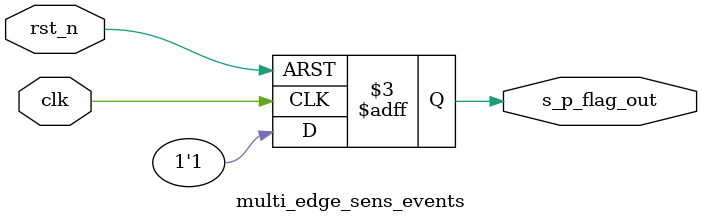
<source format=v>
module multi_edge_sens_events(clk, rst_n, s_p_flag_out);

  input wire clk;
  input wire rst_n;
  output reg s_p_flag_out;

  always @ ( posedge clk or negedge rst_n ) begin
    if ( !rst_n )
      s_p_flag_out <= 0;
    else
      s_p_flag_out <= 1'b1;
  end

endmodule

</source>
